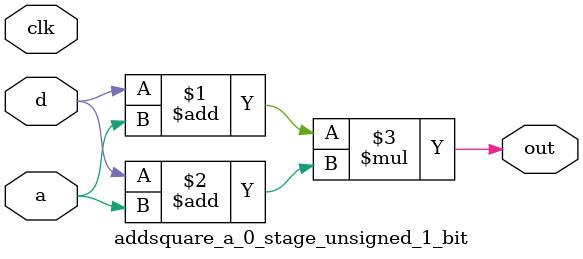
<source format=sv>
(* use_dsp = "yes" *) module addsquare_a_0_stage_unsigned_1_bit(
	input  [0:0] a,
	input  [0:0] d,
	output [0:0] out,
	input clk);

	assign out = (d + a) * (d + a);
endmodule

</source>
